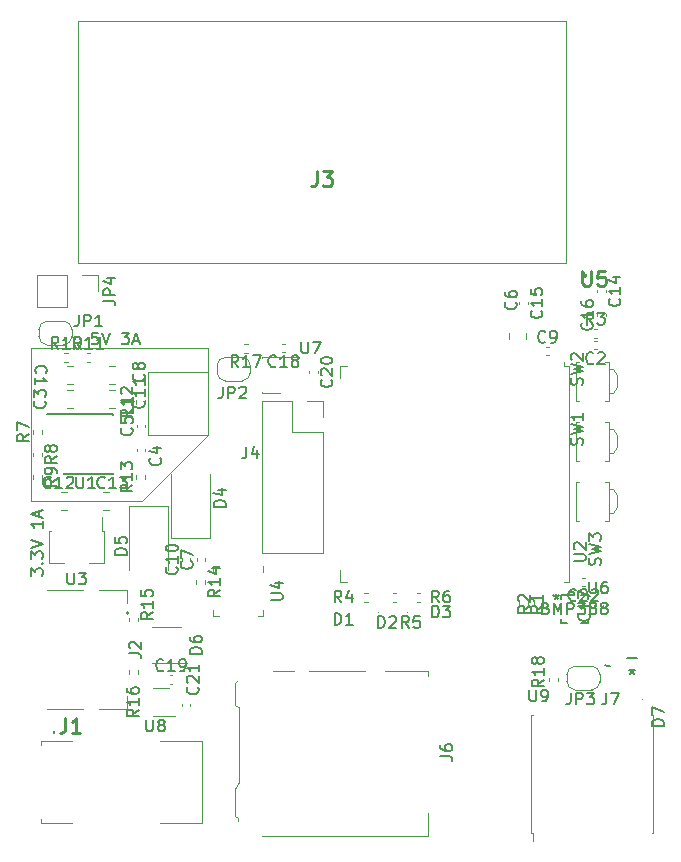
<source format=gto>
G04 #@! TF.GenerationSoftware,KiCad,Pcbnew,5.1.9*
G04 #@! TF.CreationDate,2021-03-15T09:56:04+01:00*
G04 #@! TF.ProjectId,obd32,6f626433-322e-46b6-9963-61645f706362,rev?*
G04 #@! TF.SameCoordinates,Original*
G04 #@! TF.FileFunction,Legend,Top*
G04 #@! TF.FilePolarity,Positive*
%FSLAX46Y46*%
G04 Gerber Fmt 4.6, Leading zero omitted, Abs format (unit mm)*
G04 Created by KiCad (PCBNEW 5.1.9) date 2021-03-15 09:56:04*
%MOMM*%
%LPD*%
G01*
G04 APERTURE LIST*
%ADD10C,0.150000*%
%ADD11C,0.120000*%
%ADD12C,0.152400*%
%ADD13C,0.100000*%
%ADD14C,0.200000*%
%ADD15C,0.254000*%
G04 APERTURE END LIST*
D10*
X197064380Y-88359904D02*
X197064380Y-87740857D01*
X197445333Y-88074190D01*
X197445333Y-87931333D01*
X197492952Y-87836095D01*
X197540571Y-87788476D01*
X197635809Y-87740857D01*
X197873904Y-87740857D01*
X197969142Y-87788476D01*
X198016761Y-87836095D01*
X198064380Y-87931333D01*
X198064380Y-88217047D01*
X198016761Y-88312285D01*
X197969142Y-88359904D01*
X197969142Y-87312285D02*
X198016761Y-87264666D01*
X198064380Y-87312285D01*
X198016761Y-87359904D01*
X197969142Y-87312285D01*
X198064380Y-87312285D01*
X197064380Y-86931333D02*
X197064380Y-86312285D01*
X197445333Y-86645619D01*
X197445333Y-86502761D01*
X197492952Y-86407523D01*
X197540571Y-86359904D01*
X197635809Y-86312285D01*
X197873904Y-86312285D01*
X197969142Y-86359904D01*
X198016761Y-86407523D01*
X198064380Y-86502761D01*
X198064380Y-86788476D01*
X198016761Y-86883714D01*
X197969142Y-86931333D01*
X197064380Y-86026571D02*
X198064380Y-85693238D01*
X197064380Y-85359904D01*
X198064380Y-83740857D02*
X198064380Y-84312285D01*
X198064380Y-84026571D02*
X197064380Y-84026571D01*
X197207238Y-84121809D01*
X197302476Y-84217047D01*
X197350095Y-84312285D01*
X197778666Y-83359904D02*
X197778666Y-82883714D01*
X198064380Y-83455142D02*
X197064380Y-83121809D01*
X198064380Y-82788476D01*
D11*
X206502000Y-82042000D02*
X212090000Y-76454000D01*
X212090000Y-69088000D02*
X212090000Y-76454000D01*
D10*
X202739809Y-67778380D02*
X202263619Y-67778380D01*
X202216000Y-68254571D01*
X202263619Y-68206952D01*
X202358857Y-68159333D01*
X202596952Y-68159333D01*
X202692190Y-68206952D01*
X202739809Y-68254571D01*
X202787428Y-68349809D01*
X202787428Y-68587904D01*
X202739809Y-68683142D01*
X202692190Y-68730761D01*
X202596952Y-68778380D01*
X202358857Y-68778380D01*
X202263619Y-68730761D01*
X202216000Y-68683142D01*
X203073142Y-67778380D02*
X203406476Y-68778380D01*
X203739809Y-67778380D01*
X204739809Y-67778380D02*
X205358857Y-67778380D01*
X205025523Y-68159333D01*
X205168380Y-68159333D01*
X205263619Y-68206952D01*
X205311238Y-68254571D01*
X205358857Y-68349809D01*
X205358857Y-68587904D01*
X205311238Y-68683142D01*
X205263619Y-68730761D01*
X205168380Y-68778380D01*
X204882666Y-68778380D01*
X204787428Y-68730761D01*
X204739809Y-68683142D01*
X205739809Y-68492666D02*
X206216000Y-68492666D01*
X205644571Y-68778380D02*
X205977904Y-67778380D01*
X206311238Y-68778380D01*
D11*
X197104000Y-69088000D02*
X197104000Y-82042000D01*
X212090000Y-69088000D02*
X197104000Y-69088000D01*
X197104000Y-82042000D02*
X206502000Y-82042000D01*
X205236000Y-98515000D02*
X205236000Y-99615000D01*
X205236000Y-89615000D02*
X205236000Y-90715000D01*
X205347803Y-91515000D02*
G75*
G03*
X205347803Y-91515000I-111803J0D01*
G01*
X201488500Y-89615000D02*
X198438500Y-89615000D01*
X205236000Y-89615000D02*
X202838500Y-89615000D01*
X201488500Y-99615000D02*
X198438500Y-99615000D01*
X205236000Y-99615000D02*
X202838500Y-99615000D01*
X205995000Y-80163641D02*
X205995000Y-79856359D01*
X206755000Y-80163641D02*
X206755000Y-79856359D01*
X241680000Y-97001359D02*
X241680000Y-97308641D01*
X240920000Y-97001359D02*
X240920000Y-97308641D01*
X215418641Y-69468000D02*
X215111359Y-69468000D01*
X215418641Y-68708000D02*
X215111359Y-68708000D01*
X206120000Y-96366359D02*
X206120000Y-96673641D01*
X205360000Y-96366359D02*
X205360000Y-96673641D01*
X206120000Y-91921359D02*
X206120000Y-92228641D01*
X205360000Y-91921359D02*
X205360000Y-92228641D01*
X211835000Y-88746359D02*
X211835000Y-89053641D01*
X211075000Y-88746359D02*
X211075000Y-89053641D01*
X205995000Y-73813641D02*
X205995000Y-73506359D01*
X206755000Y-73813641D02*
X206755000Y-73506359D01*
X201776359Y-70230000D02*
X202083641Y-70230000D01*
X201776359Y-69470000D02*
X202083641Y-69470000D01*
X199871359Y-70230000D02*
X200178641Y-70230000D01*
X199871359Y-69470000D02*
X200178641Y-69470000D01*
X197992000Y-79856359D02*
X197992000Y-80163641D01*
X197232000Y-79856359D02*
X197232000Y-80163641D01*
X197992000Y-77951359D02*
X197992000Y-78258641D01*
X197232000Y-77951359D02*
X197232000Y-78258641D01*
X197232000Y-76353641D02*
X197232000Y-76046359D01*
X197992000Y-76353641D02*
X197992000Y-76046359D01*
X230023641Y-90550000D02*
X229716359Y-90550000D01*
X230023641Y-89790000D02*
X229716359Y-89790000D01*
X227991641Y-90550000D02*
X227684359Y-90550000D01*
X227991641Y-89790000D02*
X227684359Y-89790000D01*
X225578641Y-90550000D02*
X225271359Y-90550000D01*
X225578641Y-89790000D02*
X225271359Y-89790000D01*
X244702359Y-67438000D02*
X245009641Y-67438000D01*
X244702359Y-68198000D02*
X245009641Y-68198000D01*
X239650000Y-90897641D02*
X239650000Y-90590359D01*
X240410000Y-90897641D02*
X240410000Y-90590359D01*
X239140000Y-90590359D02*
X239140000Y-90897641D01*
X238380000Y-90590359D02*
X238380000Y-90897641D01*
X243947836Y-89260000D02*
X243732164Y-89260000D01*
X243947836Y-88540000D02*
X243732164Y-88540000D01*
X209825000Y-99421836D02*
X209825000Y-99206164D01*
X210545000Y-99421836D02*
X210545000Y-99206164D01*
X221340000Y-71012164D02*
X221340000Y-71227836D01*
X220620000Y-71012164D02*
X220620000Y-71227836D01*
X208807164Y-96795000D02*
X209022836Y-96795000D01*
X208807164Y-97515000D02*
X209022836Y-97515000D01*
X218547836Y-69448000D02*
X218332164Y-69448000D01*
X218547836Y-68728000D02*
X218332164Y-68728000D01*
X244750000Y-91039836D02*
X244750000Y-90824164D01*
X245470000Y-91039836D02*
X245470000Y-90824164D01*
X245004000Y-66401836D02*
X245004000Y-66186164D01*
X245724000Y-66401836D02*
X245724000Y-66186164D01*
X239120000Y-65170164D02*
X239120000Y-65385836D01*
X238400000Y-65170164D02*
X238400000Y-65385836D01*
X245724000Y-64154164D02*
X245724000Y-64369836D01*
X245004000Y-64154164D02*
X245004000Y-64369836D01*
X209825000Y-87102836D02*
X209825000Y-86887164D01*
X210545000Y-87102836D02*
X210545000Y-86887164D01*
X240684164Y-68982000D02*
X240899836Y-68982000D01*
X240684164Y-69702000D02*
X240899836Y-69702000D01*
X211095000Y-87102836D02*
X211095000Y-86887164D01*
X211815000Y-87102836D02*
X211815000Y-86887164D01*
X244963836Y-69194000D02*
X244748164Y-69194000D01*
X244963836Y-68474000D02*
X244748164Y-68474000D01*
D12*
X243018501Y-90030300D02*
X242637500Y-90030300D01*
X243018501Y-89776300D02*
X243018501Y-90030300D01*
X242637500Y-89776300D02*
X243018501Y-89776300D01*
X242637500Y-90030300D02*
X242637500Y-89776300D01*
X242486059Y-90030300D02*
X241922300Y-90030300D01*
X244233700Y-90344059D02*
X244233700Y-90030300D01*
X243669941Y-92341700D02*
X244233700Y-92341700D01*
X241922300Y-92027941D02*
X241922300Y-92341700D01*
X241922300Y-90030300D02*
X241922300Y-90344059D01*
X244233700Y-90030300D02*
X243669941Y-90030300D01*
X244233700Y-92341700D02*
X244233700Y-92027941D01*
X241922300Y-92341700D02*
X242486059Y-92341700D01*
D11*
X202752000Y-62932000D02*
X202752000Y-64262000D01*
X201422000Y-62932000D02*
X202752000Y-62932000D01*
X200152000Y-62932000D02*
X200152000Y-65592000D01*
X200152000Y-65592000D02*
X197552000Y-65592000D01*
X200152000Y-62932000D02*
X197552000Y-62932000D01*
X197552000Y-62932000D02*
X197552000Y-65592000D01*
D13*
X242362000Y-41385000D02*
X242362000Y-61885000D01*
X201062000Y-41385000D02*
X242362000Y-41385000D01*
X201062000Y-61885000D02*
X201062000Y-41385000D01*
X242362000Y-61885000D02*
X201062000Y-61885000D01*
D11*
X242440000Y-97328000D02*
X242440000Y-96728000D01*
X244540000Y-98028000D02*
X243140000Y-98028000D01*
X245240000Y-96728000D02*
X245240000Y-97328000D01*
X243140000Y-96028000D02*
X244540000Y-96028000D01*
X242440000Y-96728000D02*
G75*
G02*
X243140000Y-96028000I700000J0D01*
G01*
X243140000Y-98028000D02*
G75*
G02*
X242440000Y-97328000I0J700000D01*
G01*
X245240000Y-97328000D02*
G75*
G02*
X244540000Y-98028000I-700000J0D01*
G01*
X244540000Y-96028000D02*
G75*
G02*
X245240000Y-96728000I0J-700000D01*
G01*
D12*
X248374060Y-95351500D02*
X247540940Y-95351500D01*
X246102729Y-96057855D02*
G75*
G03*
X245671500Y-95932281I-431229J-677645D01*
G01*
D11*
X239442000Y-110116000D02*
X239442000Y-100196000D01*
X249762000Y-110116000D02*
X249762000Y-100196000D01*
X249612000Y-100196000D02*
X249762000Y-100196000D01*
X249612000Y-110116000D02*
X249762000Y-110116000D01*
X239442000Y-100196000D02*
X239592000Y-100196000D01*
X239442000Y-110116000D02*
X239592000Y-110116000D01*
X239592000Y-110806000D02*
X239592000Y-110116000D01*
X214373000Y-106383000D02*
X214723000Y-105873000D01*
X214573000Y-108893000D02*
X214573000Y-109153000D01*
X214373000Y-108693000D02*
X214573000Y-108893000D01*
X214373000Y-99293000D02*
X214573000Y-99503000D01*
X214723000Y-99503000D02*
X214573000Y-99503000D01*
X214723000Y-99503000D02*
X214723000Y-105873000D01*
X219333000Y-96403000D02*
X217533000Y-96403000D01*
X225333000Y-96403000D02*
X220633000Y-96403000D01*
X214373000Y-97433000D02*
X214573000Y-97233000D01*
X214373000Y-97433000D02*
X214373000Y-99293000D01*
X214373000Y-108693000D02*
X214373000Y-106383000D01*
X230643000Y-96403000D02*
X227033000Y-96403000D01*
X230643000Y-96853000D02*
X230643000Y-96403000D01*
X230643000Y-110373000D02*
X216633000Y-110373000D01*
X230643000Y-108453000D02*
X230643000Y-110373000D01*
D13*
X248872000Y-98806000D02*
G75*
G03*
X248872000Y-98806000I-50000J0D01*
G01*
D11*
X198554000Y-84538000D02*
X198784000Y-84538000D01*
X203274000Y-84538000D02*
X203044000Y-84538000D01*
X203274000Y-84538000D02*
X203274000Y-87258000D01*
X203274000Y-87258000D02*
X201964000Y-87258000D01*
X203044000Y-83398000D02*
X203044000Y-84538000D01*
X198554000Y-87258000D02*
X198554000Y-84538000D01*
X199864000Y-87258000D02*
X198554000Y-87258000D01*
X213534000Y-69866000D02*
X214934000Y-69866000D01*
X215634000Y-70566000D02*
X215634000Y-71166000D01*
X214934000Y-71866000D02*
X213534000Y-71866000D01*
X212834000Y-71166000D02*
X212834000Y-70566000D01*
X212834000Y-70566000D02*
G75*
G02*
X213534000Y-69866000I700000J0D01*
G01*
X213534000Y-71866000D02*
G75*
G02*
X212834000Y-71166000I0J700000D01*
G01*
X215634000Y-71166000D02*
G75*
G02*
X214934000Y-71866000I-700000J0D01*
G01*
X214934000Y-69866000D02*
G75*
G02*
X215634000Y-70566000I0J-700000D01*
G01*
X242225000Y-70620000D02*
X242225000Y-70240000D01*
X242645000Y-70620000D02*
X242225000Y-70620000D01*
X242645000Y-88860000D02*
X242225000Y-88860000D01*
X242645000Y-70620000D02*
X242645000Y-88860000D01*
X223205000Y-88860000D02*
X223205000Y-87860000D01*
X223825000Y-88860000D02*
X223205000Y-88860000D01*
X223205000Y-70620000D02*
X223205000Y-71620000D01*
X223825000Y-70620000D02*
X223205000Y-70620000D01*
X220472000Y-73600000D02*
X221802000Y-73600000D01*
X221802000Y-73600000D02*
X221802000Y-74930000D01*
X219202000Y-73600000D02*
X219202000Y-76200000D01*
X219202000Y-76200000D02*
X221802000Y-76200000D01*
X221802000Y-76200000D02*
X221802000Y-86420000D01*
X216602000Y-86420000D02*
X221802000Y-86420000D01*
X216602000Y-73600000D02*
X216602000Y-86420000D01*
X216602000Y-73600000D02*
X219202000Y-73600000D01*
D13*
X231010000Y-91440000D02*
G75*
G03*
X231010000Y-91440000I-50000J0D01*
G01*
D11*
X246702000Y-81542000D02*
X246322000Y-81042000D01*
X246322000Y-81042000D02*
X246002000Y-81042000D01*
X246702000Y-81542000D02*
X246702000Y-82542000D01*
X246702000Y-82542000D02*
X246322000Y-83042000D01*
X246322000Y-83042000D02*
X246002000Y-83042000D01*
X243202000Y-80392000D02*
X243202000Y-83692000D01*
X243502000Y-80392000D02*
X243202000Y-80392000D01*
X243202000Y-83692000D02*
X243502000Y-83692000D01*
X245702000Y-80392000D02*
X246002000Y-80392000D01*
X246002000Y-80392000D02*
X246002000Y-83692000D01*
X246002000Y-83692000D02*
X245702000Y-83692000D01*
X237517000Y-68333252D02*
X237517000Y-67810748D01*
X238987000Y-68333252D02*
X238987000Y-67810748D01*
D14*
X199018000Y-101684000D02*
X199018000Y-101684000D01*
X199018000Y-101584000D02*
X199018000Y-101584000D01*
X199018000Y-101684000D02*
X199018000Y-101684000D01*
D13*
X211588000Y-109334000D02*
X211588000Y-109334000D01*
X211588000Y-102334000D02*
X211588000Y-109334000D01*
X211588000Y-102334000D02*
X211588000Y-102334000D01*
X211588000Y-109334000D02*
X211588000Y-102334000D01*
X211588000Y-109334000D02*
X208018000Y-109334000D01*
X211588000Y-109334000D02*
X211588000Y-109334000D01*
X208018000Y-109334000D02*
X211588000Y-109334000D01*
X208018000Y-109334000D02*
X208018000Y-109334000D01*
X211588000Y-102334000D02*
X208018000Y-102334000D01*
X211588000Y-102334000D02*
X211588000Y-102334000D01*
X208018000Y-102334000D02*
X211588000Y-102334000D01*
X208018000Y-102334000D02*
X208018000Y-102334000D01*
X200518000Y-102334000D02*
X197908000Y-102334000D01*
X200518000Y-102334000D02*
X200518000Y-102334000D01*
X197908000Y-102334000D02*
X200518000Y-102334000D01*
X197908000Y-102334000D02*
X197908000Y-102334000D01*
X197908000Y-102684000D02*
X197908000Y-102684000D01*
X197908000Y-102334000D02*
X197908000Y-102684000D01*
X197908000Y-102334000D02*
X197908000Y-102334000D01*
X197908000Y-102684000D02*
X197908000Y-102334000D01*
X200518000Y-109334000D02*
X197908000Y-109334000D01*
X200518000Y-109334000D02*
X200518000Y-109334000D01*
X197908000Y-109334000D02*
X200518000Y-109334000D01*
X197908000Y-109334000D02*
X197908000Y-109334000D01*
X197908000Y-109334000D02*
X197908000Y-109334000D01*
X197908000Y-108934000D02*
X197908000Y-109334000D01*
X197908000Y-108934000D02*
X197908000Y-108934000D01*
X197908000Y-109334000D02*
X197908000Y-108934000D01*
D14*
X199018000Y-101584000D02*
G75*
G02*
X199018000Y-101684000I0J-50000D01*
G01*
X199018000Y-101684000D02*
G75*
G02*
X199018000Y-101584000I0J50000D01*
G01*
X199018000Y-101584000D02*
G75*
G02*
X199018000Y-101684000I0J-50000D01*
G01*
D11*
X199836000Y-68818000D02*
X198436000Y-68818000D01*
X197736000Y-68118000D02*
X197736000Y-67518000D01*
X198436000Y-66818000D02*
X199836000Y-66818000D01*
X200536000Y-67518000D02*
X200536000Y-68118000D01*
X200536000Y-68118000D02*
G75*
G02*
X199836000Y-68818000I-700000J0D01*
G01*
X199836000Y-66818000D02*
G75*
G02*
X200536000Y-67518000I0J-700000D01*
G01*
X197736000Y-67518000D02*
G75*
G02*
X198436000Y-66818000I700000J0D01*
G01*
X198436000Y-68818000D02*
G75*
G02*
X197736000Y-68118000I0J700000D01*
G01*
X207334000Y-95784000D02*
X210284000Y-95784000D01*
X209734000Y-92684000D02*
X207334000Y-92684000D01*
X216740000Y-88027000D02*
X216740000Y-87552000D01*
X212520000Y-91772000D02*
X212995000Y-91772000D01*
X212520000Y-91297000D02*
X212520000Y-91772000D01*
X212520000Y-87552000D02*
X212995000Y-87552000D01*
X212520000Y-88027000D02*
X212520000Y-87552000D01*
X216740000Y-91772000D02*
X216265000Y-91772000D01*
X216740000Y-91297000D02*
X216740000Y-91772000D01*
X206735000Y-75799836D02*
X206735000Y-75584164D01*
X206015000Y-75799836D02*
X206015000Y-75584164D01*
X199636748Y-82777000D02*
X200159252Y-82777000D01*
X199636748Y-81307000D02*
X200159252Y-81307000D01*
D13*
X228978000Y-91440000D02*
G75*
G03*
X228978000Y-91440000I-50000J0D01*
G01*
X226565000Y-91440000D02*
G75*
G03*
X226565000Y-91440000I-50000J0D01*
G01*
D11*
X246002000Y-78612000D02*
X245702000Y-78612000D01*
X246002000Y-75312000D02*
X246002000Y-78612000D01*
X245702000Y-75312000D02*
X246002000Y-75312000D01*
X243202000Y-78612000D02*
X243502000Y-78612000D01*
X243502000Y-75312000D02*
X243202000Y-75312000D01*
X243202000Y-75312000D02*
X243202000Y-78612000D01*
X246322000Y-77962000D02*
X246002000Y-77962000D01*
X246702000Y-77462000D02*
X246322000Y-77962000D01*
X246702000Y-76462000D02*
X246702000Y-77462000D01*
X246322000Y-75962000D02*
X246002000Y-75962000D01*
X246702000Y-76462000D02*
X246322000Y-75962000D01*
X208916000Y-85188000D02*
X212216000Y-85188000D01*
X212216000Y-85188000D02*
X212216000Y-79788000D01*
X208916000Y-85188000D02*
X208916000Y-79788000D01*
D10*
X199855000Y-74641000D02*
X199855000Y-74691000D01*
X204005000Y-74641000D02*
X204005000Y-74786000D01*
X204005000Y-79791000D02*
X204005000Y-79646000D01*
X199855000Y-79791000D02*
X199855000Y-79646000D01*
X199855000Y-74641000D02*
X204005000Y-74641000D01*
X199855000Y-79791000D02*
X204005000Y-79791000D01*
X199855000Y-74691000D02*
X198455000Y-74691000D01*
D11*
X206990000Y-76420000D02*
X212090000Y-76420000D01*
X206990000Y-71120000D02*
X206990000Y-76420000D01*
X212090000Y-71120000D02*
X212090000Y-76420000D01*
X212090000Y-71120000D02*
X206990000Y-71120000D01*
X206735000Y-77616164D02*
X206735000Y-77831836D01*
X206015000Y-77616164D02*
X206015000Y-77831836D01*
X246702000Y-71382000D02*
X246322000Y-70882000D01*
X246322000Y-70882000D02*
X246002000Y-70882000D01*
X246702000Y-71382000D02*
X246702000Y-72382000D01*
X246702000Y-72382000D02*
X246322000Y-72882000D01*
X246322000Y-72882000D02*
X246002000Y-72882000D01*
X243202000Y-70232000D02*
X243202000Y-73532000D01*
X243502000Y-70232000D02*
X243202000Y-70232000D01*
X243202000Y-73532000D02*
X243502000Y-73532000D01*
X245702000Y-70232000D02*
X246002000Y-70232000D01*
X246002000Y-70232000D02*
X246002000Y-73532000D01*
X246002000Y-73532000D02*
X245702000Y-73532000D01*
X208792000Y-97900000D02*
X207392000Y-97900000D01*
X207392000Y-100220000D02*
X209292000Y-100220000D01*
D15*
X244060000Y-62928000D02*
G75*
G03*
X244060000Y-62928000I-125000J0D01*
G01*
D11*
X216626000Y-72934000D02*
X216626000Y-72784000D01*
X219746000Y-69814000D02*
X219746000Y-69964000D01*
X218186000Y-72934000D02*
X216626000Y-72934000D01*
X219746000Y-69814000D02*
X216626000Y-69814000D01*
X216626000Y-69814000D02*
X216626000Y-69964000D01*
X208660000Y-82452000D02*
X208660000Y-87852000D01*
X205360000Y-82452000D02*
X205360000Y-87852000D01*
X208660000Y-82452000D02*
X205360000Y-82452000D01*
X203715252Y-81307000D02*
X203192748Y-81307000D01*
X203715252Y-82777000D02*
X203192748Y-82777000D01*
X204223252Y-72671000D02*
X203700748Y-72671000D01*
X204223252Y-74141000D02*
X203700748Y-74141000D01*
X204223252Y-70639000D02*
X203700748Y-70639000D01*
X204223252Y-72109000D02*
X203700748Y-72109000D01*
X200667252Y-72671000D02*
X200144748Y-72671000D01*
X200667252Y-74141000D02*
X200144748Y-74141000D01*
X200144748Y-72109000D02*
X200667252Y-72109000D01*
X200144748Y-70639000D02*
X200667252Y-70639000D01*
D10*
X205390880Y-94948333D02*
X206105166Y-94948333D01*
X206248023Y-94995952D01*
X206343261Y-95091190D01*
X206390880Y-95234047D01*
X206390880Y-95329285D01*
X205486119Y-94519761D02*
X205438500Y-94472142D01*
X205390880Y-94376904D01*
X205390880Y-94138809D01*
X205438500Y-94043571D01*
X205486119Y-93995952D01*
X205581357Y-93948333D01*
X205676595Y-93948333D01*
X205819452Y-93995952D01*
X206390880Y-94567380D01*
X206390880Y-93948333D01*
X205657380Y-80652857D02*
X205181190Y-80986190D01*
X205657380Y-81224285D02*
X204657380Y-81224285D01*
X204657380Y-80843333D01*
X204705000Y-80748095D01*
X204752619Y-80700476D01*
X204847857Y-80652857D01*
X204990714Y-80652857D01*
X205085952Y-80700476D01*
X205133571Y-80748095D01*
X205181190Y-80843333D01*
X205181190Y-81224285D01*
X205657380Y-79700476D02*
X205657380Y-80271904D01*
X205657380Y-79986190D02*
X204657380Y-79986190D01*
X204800238Y-80081428D01*
X204895476Y-80176666D01*
X204943095Y-80271904D01*
X204657380Y-79367142D02*
X204657380Y-78748095D01*
X205038333Y-79081428D01*
X205038333Y-78938571D01*
X205085952Y-78843333D01*
X205133571Y-78795714D01*
X205228809Y-78748095D01*
X205466904Y-78748095D01*
X205562142Y-78795714D01*
X205609761Y-78843333D01*
X205657380Y-78938571D01*
X205657380Y-79224285D01*
X205609761Y-79319523D01*
X205562142Y-79367142D01*
X240482380Y-97162857D02*
X240006190Y-97496190D01*
X240482380Y-97734285D02*
X239482380Y-97734285D01*
X239482380Y-97353333D01*
X239530000Y-97258095D01*
X239577619Y-97210476D01*
X239672857Y-97162857D01*
X239815714Y-97162857D01*
X239910952Y-97210476D01*
X239958571Y-97258095D01*
X240006190Y-97353333D01*
X240006190Y-97734285D01*
X240482380Y-96210476D02*
X240482380Y-96781904D01*
X240482380Y-96496190D02*
X239482380Y-96496190D01*
X239625238Y-96591428D01*
X239720476Y-96686666D01*
X239768095Y-96781904D01*
X239910952Y-95639047D02*
X239863333Y-95734285D01*
X239815714Y-95781904D01*
X239720476Y-95829523D01*
X239672857Y-95829523D01*
X239577619Y-95781904D01*
X239530000Y-95734285D01*
X239482380Y-95639047D01*
X239482380Y-95448571D01*
X239530000Y-95353333D01*
X239577619Y-95305714D01*
X239672857Y-95258095D01*
X239720476Y-95258095D01*
X239815714Y-95305714D01*
X239863333Y-95353333D01*
X239910952Y-95448571D01*
X239910952Y-95639047D01*
X239958571Y-95734285D01*
X240006190Y-95781904D01*
X240101428Y-95829523D01*
X240291904Y-95829523D01*
X240387142Y-95781904D01*
X240434761Y-95734285D01*
X240482380Y-95639047D01*
X240482380Y-95448571D01*
X240434761Y-95353333D01*
X240387142Y-95305714D01*
X240291904Y-95258095D01*
X240101428Y-95258095D01*
X240006190Y-95305714D01*
X239958571Y-95353333D01*
X239910952Y-95448571D01*
X214622142Y-70710380D02*
X214288809Y-70234190D01*
X214050714Y-70710380D02*
X214050714Y-69710380D01*
X214431666Y-69710380D01*
X214526904Y-69758000D01*
X214574523Y-69805619D01*
X214622142Y-69900857D01*
X214622142Y-70043714D01*
X214574523Y-70138952D01*
X214526904Y-70186571D01*
X214431666Y-70234190D01*
X214050714Y-70234190D01*
X215574523Y-70710380D02*
X215003095Y-70710380D01*
X215288809Y-70710380D02*
X215288809Y-69710380D01*
X215193571Y-69853238D01*
X215098333Y-69948476D01*
X215003095Y-69996095D01*
X215907857Y-69710380D02*
X216574523Y-69710380D01*
X216145952Y-70710380D01*
X206192380Y-99702857D02*
X205716190Y-100036190D01*
X206192380Y-100274285D02*
X205192380Y-100274285D01*
X205192380Y-99893333D01*
X205240000Y-99798095D01*
X205287619Y-99750476D01*
X205382857Y-99702857D01*
X205525714Y-99702857D01*
X205620952Y-99750476D01*
X205668571Y-99798095D01*
X205716190Y-99893333D01*
X205716190Y-100274285D01*
X206192380Y-98750476D02*
X206192380Y-99321904D01*
X206192380Y-99036190D02*
X205192380Y-99036190D01*
X205335238Y-99131428D01*
X205430476Y-99226666D01*
X205478095Y-99321904D01*
X205192380Y-97893333D02*
X205192380Y-98083809D01*
X205240000Y-98179047D01*
X205287619Y-98226666D01*
X205430476Y-98321904D01*
X205620952Y-98369523D01*
X206001904Y-98369523D01*
X206097142Y-98321904D01*
X206144761Y-98274285D01*
X206192380Y-98179047D01*
X206192380Y-97988571D01*
X206144761Y-97893333D01*
X206097142Y-97845714D01*
X206001904Y-97798095D01*
X205763809Y-97798095D01*
X205668571Y-97845714D01*
X205620952Y-97893333D01*
X205573333Y-97988571D01*
X205573333Y-98179047D01*
X205620952Y-98274285D01*
X205668571Y-98321904D01*
X205763809Y-98369523D01*
X207362380Y-91447857D02*
X206886190Y-91781190D01*
X207362380Y-92019285D02*
X206362380Y-92019285D01*
X206362380Y-91638333D01*
X206410000Y-91543095D01*
X206457619Y-91495476D01*
X206552857Y-91447857D01*
X206695714Y-91447857D01*
X206790952Y-91495476D01*
X206838571Y-91543095D01*
X206886190Y-91638333D01*
X206886190Y-92019285D01*
X207362380Y-90495476D02*
X207362380Y-91066904D01*
X207362380Y-90781190D02*
X206362380Y-90781190D01*
X206505238Y-90876428D01*
X206600476Y-90971666D01*
X206648095Y-91066904D01*
X206362380Y-89590714D02*
X206362380Y-90066904D01*
X206838571Y-90114523D01*
X206790952Y-90066904D01*
X206743333Y-89971666D01*
X206743333Y-89733571D01*
X206790952Y-89638333D01*
X206838571Y-89590714D01*
X206933809Y-89543095D01*
X207171904Y-89543095D01*
X207267142Y-89590714D01*
X207314761Y-89638333D01*
X207362380Y-89733571D01*
X207362380Y-89971666D01*
X207314761Y-90066904D01*
X207267142Y-90114523D01*
X213077380Y-89542857D02*
X212601190Y-89876190D01*
X213077380Y-90114285D02*
X212077380Y-90114285D01*
X212077380Y-89733333D01*
X212125000Y-89638095D01*
X212172619Y-89590476D01*
X212267857Y-89542857D01*
X212410714Y-89542857D01*
X212505952Y-89590476D01*
X212553571Y-89638095D01*
X212601190Y-89733333D01*
X212601190Y-90114285D01*
X213077380Y-88590476D02*
X213077380Y-89161904D01*
X213077380Y-88876190D02*
X212077380Y-88876190D01*
X212220238Y-88971428D01*
X212315476Y-89066666D01*
X212363095Y-89161904D01*
X212410714Y-87733333D02*
X213077380Y-87733333D01*
X212029761Y-87971428D02*
X212744047Y-88209523D01*
X212744047Y-87590476D01*
X205657380Y-74302857D02*
X205181190Y-74636190D01*
X205657380Y-74874285D02*
X204657380Y-74874285D01*
X204657380Y-74493333D01*
X204705000Y-74398095D01*
X204752619Y-74350476D01*
X204847857Y-74302857D01*
X204990714Y-74302857D01*
X205085952Y-74350476D01*
X205133571Y-74398095D01*
X205181190Y-74493333D01*
X205181190Y-74874285D01*
X205657380Y-73350476D02*
X205657380Y-73921904D01*
X205657380Y-73636190D02*
X204657380Y-73636190D01*
X204800238Y-73731428D01*
X204895476Y-73826666D01*
X204943095Y-73921904D01*
X204752619Y-72969523D02*
X204705000Y-72921904D01*
X204657380Y-72826666D01*
X204657380Y-72588571D01*
X204705000Y-72493333D01*
X204752619Y-72445714D01*
X204847857Y-72398095D01*
X204943095Y-72398095D01*
X205085952Y-72445714D01*
X205657380Y-73017142D01*
X205657380Y-72398095D01*
X201287142Y-69132380D02*
X200953809Y-68656190D01*
X200715714Y-69132380D02*
X200715714Y-68132380D01*
X201096666Y-68132380D01*
X201191904Y-68180000D01*
X201239523Y-68227619D01*
X201287142Y-68322857D01*
X201287142Y-68465714D01*
X201239523Y-68560952D01*
X201191904Y-68608571D01*
X201096666Y-68656190D01*
X200715714Y-68656190D01*
X202239523Y-69132380D02*
X201668095Y-69132380D01*
X201953809Y-69132380D02*
X201953809Y-68132380D01*
X201858571Y-68275238D01*
X201763333Y-68370476D01*
X201668095Y-68418095D01*
X203191904Y-69132380D02*
X202620476Y-69132380D01*
X202906190Y-69132380D02*
X202906190Y-68132380D01*
X202810952Y-68275238D01*
X202715714Y-68370476D01*
X202620476Y-68418095D01*
X199382142Y-69132380D02*
X199048809Y-68656190D01*
X198810714Y-69132380D02*
X198810714Y-68132380D01*
X199191666Y-68132380D01*
X199286904Y-68180000D01*
X199334523Y-68227619D01*
X199382142Y-68322857D01*
X199382142Y-68465714D01*
X199334523Y-68560952D01*
X199286904Y-68608571D01*
X199191666Y-68656190D01*
X198810714Y-68656190D01*
X200334523Y-69132380D02*
X199763095Y-69132380D01*
X200048809Y-69132380D02*
X200048809Y-68132380D01*
X199953571Y-68275238D01*
X199858333Y-68370476D01*
X199763095Y-68418095D01*
X200953571Y-68132380D02*
X201048809Y-68132380D01*
X201144047Y-68180000D01*
X201191666Y-68227619D01*
X201239285Y-68322857D01*
X201286904Y-68513333D01*
X201286904Y-68751428D01*
X201239285Y-68941904D01*
X201191666Y-69037142D01*
X201144047Y-69084761D01*
X201048809Y-69132380D01*
X200953571Y-69132380D01*
X200858333Y-69084761D01*
X200810714Y-69037142D01*
X200763095Y-68941904D01*
X200715476Y-68751428D01*
X200715476Y-68513333D01*
X200763095Y-68322857D01*
X200810714Y-68227619D01*
X200858333Y-68180000D01*
X200953571Y-68132380D01*
X199234380Y-80176666D02*
X198758190Y-80510000D01*
X199234380Y-80748095D02*
X198234380Y-80748095D01*
X198234380Y-80367142D01*
X198282000Y-80271904D01*
X198329619Y-80224285D01*
X198424857Y-80176666D01*
X198567714Y-80176666D01*
X198662952Y-80224285D01*
X198710571Y-80271904D01*
X198758190Y-80367142D01*
X198758190Y-80748095D01*
X199234380Y-79700476D02*
X199234380Y-79510000D01*
X199186761Y-79414761D01*
X199139142Y-79367142D01*
X198996285Y-79271904D01*
X198805809Y-79224285D01*
X198424857Y-79224285D01*
X198329619Y-79271904D01*
X198282000Y-79319523D01*
X198234380Y-79414761D01*
X198234380Y-79605238D01*
X198282000Y-79700476D01*
X198329619Y-79748095D01*
X198424857Y-79795714D01*
X198662952Y-79795714D01*
X198758190Y-79748095D01*
X198805809Y-79700476D01*
X198853428Y-79605238D01*
X198853428Y-79414761D01*
X198805809Y-79319523D01*
X198758190Y-79271904D01*
X198662952Y-79224285D01*
X199234380Y-78271666D02*
X198758190Y-78605000D01*
X199234380Y-78843095D02*
X198234380Y-78843095D01*
X198234380Y-78462142D01*
X198282000Y-78366904D01*
X198329619Y-78319285D01*
X198424857Y-78271666D01*
X198567714Y-78271666D01*
X198662952Y-78319285D01*
X198710571Y-78366904D01*
X198758190Y-78462142D01*
X198758190Y-78843095D01*
X198662952Y-77700238D02*
X198615333Y-77795476D01*
X198567714Y-77843095D01*
X198472476Y-77890714D01*
X198424857Y-77890714D01*
X198329619Y-77843095D01*
X198282000Y-77795476D01*
X198234380Y-77700238D01*
X198234380Y-77509761D01*
X198282000Y-77414523D01*
X198329619Y-77366904D01*
X198424857Y-77319285D01*
X198472476Y-77319285D01*
X198567714Y-77366904D01*
X198615333Y-77414523D01*
X198662952Y-77509761D01*
X198662952Y-77700238D01*
X198710571Y-77795476D01*
X198758190Y-77843095D01*
X198853428Y-77890714D01*
X199043904Y-77890714D01*
X199139142Y-77843095D01*
X199186761Y-77795476D01*
X199234380Y-77700238D01*
X199234380Y-77509761D01*
X199186761Y-77414523D01*
X199139142Y-77366904D01*
X199043904Y-77319285D01*
X198853428Y-77319285D01*
X198758190Y-77366904D01*
X198710571Y-77414523D01*
X198662952Y-77509761D01*
X196894380Y-76366666D02*
X196418190Y-76700000D01*
X196894380Y-76938095D02*
X195894380Y-76938095D01*
X195894380Y-76557142D01*
X195942000Y-76461904D01*
X195989619Y-76414285D01*
X196084857Y-76366666D01*
X196227714Y-76366666D01*
X196322952Y-76414285D01*
X196370571Y-76461904D01*
X196418190Y-76557142D01*
X196418190Y-76938095D01*
X195894380Y-76033333D02*
X195894380Y-75366666D01*
X196894380Y-75795238D01*
X231608333Y-90622380D02*
X231275000Y-90146190D01*
X231036904Y-90622380D02*
X231036904Y-89622380D01*
X231417857Y-89622380D01*
X231513095Y-89670000D01*
X231560714Y-89717619D01*
X231608333Y-89812857D01*
X231608333Y-89955714D01*
X231560714Y-90050952D01*
X231513095Y-90098571D01*
X231417857Y-90146190D01*
X231036904Y-90146190D01*
X232465476Y-89622380D02*
X232275000Y-89622380D01*
X232179761Y-89670000D01*
X232132142Y-89717619D01*
X232036904Y-89860476D01*
X231989285Y-90050952D01*
X231989285Y-90431904D01*
X232036904Y-90527142D01*
X232084523Y-90574761D01*
X232179761Y-90622380D01*
X232370238Y-90622380D01*
X232465476Y-90574761D01*
X232513095Y-90527142D01*
X232560714Y-90431904D01*
X232560714Y-90193809D01*
X232513095Y-90098571D01*
X232465476Y-90050952D01*
X232370238Y-90003333D01*
X232179761Y-90003333D01*
X232084523Y-90050952D01*
X232036904Y-90098571D01*
X231989285Y-90193809D01*
X229068333Y-92781380D02*
X228735000Y-92305190D01*
X228496904Y-92781380D02*
X228496904Y-91781380D01*
X228877857Y-91781380D01*
X228973095Y-91829000D01*
X229020714Y-91876619D01*
X229068333Y-91971857D01*
X229068333Y-92114714D01*
X229020714Y-92209952D01*
X228973095Y-92257571D01*
X228877857Y-92305190D01*
X228496904Y-92305190D01*
X229973095Y-91781380D02*
X229496904Y-91781380D01*
X229449285Y-92257571D01*
X229496904Y-92209952D01*
X229592142Y-92162333D01*
X229830238Y-92162333D01*
X229925476Y-92209952D01*
X229973095Y-92257571D01*
X230020714Y-92352809D01*
X230020714Y-92590904D01*
X229973095Y-92686142D01*
X229925476Y-92733761D01*
X229830238Y-92781380D01*
X229592142Y-92781380D01*
X229496904Y-92733761D01*
X229449285Y-92686142D01*
X223353333Y-90622380D02*
X223020000Y-90146190D01*
X222781904Y-90622380D02*
X222781904Y-89622380D01*
X223162857Y-89622380D01*
X223258095Y-89670000D01*
X223305714Y-89717619D01*
X223353333Y-89812857D01*
X223353333Y-89955714D01*
X223305714Y-90050952D01*
X223258095Y-90098571D01*
X223162857Y-90146190D01*
X222781904Y-90146190D01*
X224210476Y-89955714D02*
X224210476Y-90622380D01*
X223972380Y-89574761D02*
X223734285Y-90289047D01*
X224353333Y-90289047D01*
X244689333Y-67100380D02*
X244356000Y-66624190D01*
X244117904Y-67100380D02*
X244117904Y-66100380D01*
X244498857Y-66100380D01*
X244594095Y-66148000D01*
X244641714Y-66195619D01*
X244689333Y-66290857D01*
X244689333Y-66433714D01*
X244641714Y-66528952D01*
X244594095Y-66576571D01*
X244498857Y-66624190D01*
X244117904Y-66624190D01*
X245022666Y-66100380D02*
X245641714Y-66100380D01*
X245308380Y-66481333D01*
X245451238Y-66481333D01*
X245546476Y-66528952D01*
X245594095Y-66576571D01*
X245641714Y-66671809D01*
X245641714Y-66909904D01*
X245594095Y-67005142D01*
X245546476Y-67052761D01*
X245451238Y-67100380D01*
X245165523Y-67100380D01*
X245070285Y-67052761D01*
X245022666Y-67005142D01*
X239312380Y-90910666D02*
X238836190Y-91244000D01*
X239312380Y-91482095D02*
X238312380Y-91482095D01*
X238312380Y-91101142D01*
X238360000Y-91005904D01*
X238407619Y-90958285D01*
X238502857Y-90910666D01*
X238645714Y-90910666D01*
X238740952Y-90958285D01*
X238788571Y-91005904D01*
X238836190Y-91101142D01*
X238836190Y-91482095D01*
X238407619Y-90529714D02*
X238360000Y-90482095D01*
X238312380Y-90386857D01*
X238312380Y-90148761D01*
X238360000Y-90053523D01*
X238407619Y-90005904D01*
X238502857Y-89958285D01*
X238598095Y-89958285D01*
X238740952Y-90005904D01*
X239312380Y-90577333D01*
X239312380Y-89958285D01*
X240382380Y-90910666D02*
X239906190Y-91244000D01*
X240382380Y-91482095D02*
X239382380Y-91482095D01*
X239382380Y-91101142D01*
X239430000Y-91005904D01*
X239477619Y-90958285D01*
X239572857Y-90910666D01*
X239715714Y-90910666D01*
X239810952Y-90958285D01*
X239858571Y-91005904D01*
X239906190Y-91101142D01*
X239906190Y-91482095D01*
X240382380Y-89958285D02*
X240382380Y-90529714D01*
X240382380Y-90244000D02*
X239382380Y-90244000D01*
X239525238Y-90339238D01*
X239620476Y-90434476D01*
X239668095Y-90529714D01*
X243197142Y-90417142D02*
X243149523Y-90464761D01*
X243006666Y-90512380D01*
X242911428Y-90512380D01*
X242768571Y-90464761D01*
X242673333Y-90369523D01*
X242625714Y-90274285D01*
X242578095Y-90083809D01*
X242578095Y-89940952D01*
X242625714Y-89750476D01*
X242673333Y-89655238D01*
X242768571Y-89560000D01*
X242911428Y-89512380D01*
X243006666Y-89512380D01*
X243149523Y-89560000D01*
X243197142Y-89607619D01*
X243578095Y-89607619D02*
X243625714Y-89560000D01*
X243720952Y-89512380D01*
X243959047Y-89512380D01*
X244054285Y-89560000D01*
X244101904Y-89607619D01*
X244149523Y-89702857D01*
X244149523Y-89798095D01*
X244101904Y-89940952D01*
X243530476Y-90512380D01*
X244149523Y-90512380D01*
X244530476Y-89607619D02*
X244578095Y-89560000D01*
X244673333Y-89512380D01*
X244911428Y-89512380D01*
X245006666Y-89560000D01*
X245054285Y-89607619D01*
X245101904Y-89702857D01*
X245101904Y-89798095D01*
X245054285Y-89940952D01*
X244482857Y-90512380D01*
X245101904Y-90512380D01*
X211177142Y-97797857D02*
X211224761Y-97845476D01*
X211272380Y-97988333D01*
X211272380Y-98083571D01*
X211224761Y-98226428D01*
X211129523Y-98321666D01*
X211034285Y-98369285D01*
X210843809Y-98416904D01*
X210700952Y-98416904D01*
X210510476Y-98369285D01*
X210415238Y-98321666D01*
X210320000Y-98226428D01*
X210272380Y-98083571D01*
X210272380Y-97988333D01*
X210320000Y-97845476D01*
X210367619Y-97797857D01*
X210367619Y-97416904D02*
X210320000Y-97369285D01*
X210272380Y-97274047D01*
X210272380Y-97035952D01*
X210320000Y-96940714D01*
X210367619Y-96893095D01*
X210462857Y-96845476D01*
X210558095Y-96845476D01*
X210700952Y-96893095D01*
X211272380Y-97464523D01*
X211272380Y-96845476D01*
X211272380Y-95893095D02*
X211272380Y-96464523D01*
X211272380Y-96178809D02*
X210272380Y-96178809D01*
X210415238Y-96274047D01*
X210510476Y-96369285D01*
X210558095Y-96464523D01*
X222497142Y-71762857D02*
X222544761Y-71810476D01*
X222592380Y-71953333D01*
X222592380Y-72048571D01*
X222544761Y-72191428D01*
X222449523Y-72286666D01*
X222354285Y-72334285D01*
X222163809Y-72381904D01*
X222020952Y-72381904D01*
X221830476Y-72334285D01*
X221735238Y-72286666D01*
X221640000Y-72191428D01*
X221592380Y-72048571D01*
X221592380Y-71953333D01*
X221640000Y-71810476D01*
X221687619Y-71762857D01*
X221687619Y-71381904D02*
X221640000Y-71334285D01*
X221592380Y-71239047D01*
X221592380Y-71000952D01*
X221640000Y-70905714D01*
X221687619Y-70858095D01*
X221782857Y-70810476D01*
X221878095Y-70810476D01*
X222020952Y-70858095D01*
X222592380Y-71429523D01*
X222592380Y-70810476D01*
X221592380Y-70191428D02*
X221592380Y-70096190D01*
X221640000Y-70000952D01*
X221687619Y-69953333D01*
X221782857Y-69905714D01*
X221973333Y-69858095D01*
X222211428Y-69858095D01*
X222401904Y-69905714D01*
X222497142Y-69953333D01*
X222544761Y-70000952D01*
X222592380Y-70096190D01*
X222592380Y-70191428D01*
X222544761Y-70286666D01*
X222497142Y-70334285D01*
X222401904Y-70381904D01*
X222211428Y-70429523D01*
X221973333Y-70429523D01*
X221782857Y-70381904D01*
X221687619Y-70334285D01*
X221640000Y-70286666D01*
X221592380Y-70191428D01*
X208272142Y-96352142D02*
X208224523Y-96399761D01*
X208081666Y-96447380D01*
X207986428Y-96447380D01*
X207843571Y-96399761D01*
X207748333Y-96304523D01*
X207700714Y-96209285D01*
X207653095Y-96018809D01*
X207653095Y-95875952D01*
X207700714Y-95685476D01*
X207748333Y-95590238D01*
X207843571Y-95495000D01*
X207986428Y-95447380D01*
X208081666Y-95447380D01*
X208224523Y-95495000D01*
X208272142Y-95542619D01*
X209224523Y-96447380D02*
X208653095Y-96447380D01*
X208938809Y-96447380D02*
X208938809Y-95447380D01*
X208843571Y-95590238D01*
X208748333Y-95685476D01*
X208653095Y-95733095D01*
X209700714Y-96447380D02*
X209891190Y-96447380D01*
X209986428Y-96399761D01*
X210034047Y-96352142D01*
X210129285Y-96209285D01*
X210176904Y-96018809D01*
X210176904Y-95637857D01*
X210129285Y-95542619D01*
X210081666Y-95495000D01*
X209986428Y-95447380D01*
X209795952Y-95447380D01*
X209700714Y-95495000D01*
X209653095Y-95542619D01*
X209605476Y-95637857D01*
X209605476Y-95875952D01*
X209653095Y-95971190D01*
X209700714Y-96018809D01*
X209795952Y-96066428D01*
X209986428Y-96066428D01*
X210081666Y-96018809D01*
X210129285Y-95971190D01*
X210176904Y-95875952D01*
X217797142Y-70605142D02*
X217749523Y-70652761D01*
X217606666Y-70700380D01*
X217511428Y-70700380D01*
X217368571Y-70652761D01*
X217273333Y-70557523D01*
X217225714Y-70462285D01*
X217178095Y-70271809D01*
X217178095Y-70128952D01*
X217225714Y-69938476D01*
X217273333Y-69843238D01*
X217368571Y-69748000D01*
X217511428Y-69700380D01*
X217606666Y-69700380D01*
X217749523Y-69748000D01*
X217797142Y-69795619D01*
X218749523Y-70700380D02*
X218178095Y-70700380D01*
X218463809Y-70700380D02*
X218463809Y-69700380D01*
X218368571Y-69843238D01*
X218273333Y-69938476D01*
X218178095Y-69986095D01*
X219320952Y-70128952D02*
X219225714Y-70081333D01*
X219178095Y-70033714D01*
X219130476Y-69938476D01*
X219130476Y-69890857D01*
X219178095Y-69795619D01*
X219225714Y-69748000D01*
X219320952Y-69700380D01*
X219511428Y-69700380D01*
X219606666Y-69748000D01*
X219654285Y-69795619D01*
X219701904Y-69890857D01*
X219701904Y-69938476D01*
X219654285Y-70033714D01*
X219606666Y-70081333D01*
X219511428Y-70128952D01*
X219320952Y-70128952D01*
X219225714Y-70176571D01*
X219178095Y-70224190D01*
X219130476Y-70319428D01*
X219130476Y-70509904D01*
X219178095Y-70605142D01*
X219225714Y-70652761D01*
X219320952Y-70700380D01*
X219511428Y-70700380D01*
X219606666Y-70652761D01*
X219654285Y-70605142D01*
X219701904Y-70509904D01*
X219701904Y-70319428D01*
X219654285Y-70224190D01*
X219606666Y-70176571D01*
X219511428Y-70128952D01*
X244307142Y-91574857D02*
X244354761Y-91622476D01*
X244402380Y-91765333D01*
X244402380Y-91860571D01*
X244354761Y-92003428D01*
X244259523Y-92098666D01*
X244164285Y-92146285D01*
X243973809Y-92193904D01*
X243830952Y-92193904D01*
X243640476Y-92146285D01*
X243545238Y-92098666D01*
X243450000Y-92003428D01*
X243402380Y-91860571D01*
X243402380Y-91765333D01*
X243450000Y-91622476D01*
X243497619Y-91574857D01*
X244402380Y-90622476D02*
X244402380Y-91193904D01*
X244402380Y-90908190D02*
X243402380Y-90908190D01*
X243545238Y-91003428D01*
X243640476Y-91098666D01*
X243688095Y-91193904D01*
X243402380Y-90289142D02*
X243402380Y-89622476D01*
X244402380Y-90051047D01*
X244561142Y-66936857D02*
X244608761Y-66984476D01*
X244656380Y-67127333D01*
X244656380Y-67222571D01*
X244608761Y-67365428D01*
X244513523Y-67460666D01*
X244418285Y-67508285D01*
X244227809Y-67555904D01*
X244084952Y-67555904D01*
X243894476Y-67508285D01*
X243799238Y-67460666D01*
X243704000Y-67365428D01*
X243656380Y-67222571D01*
X243656380Y-67127333D01*
X243704000Y-66984476D01*
X243751619Y-66936857D01*
X244656380Y-65984476D02*
X244656380Y-66555904D01*
X244656380Y-66270190D02*
X243656380Y-66270190D01*
X243799238Y-66365428D01*
X243894476Y-66460666D01*
X243942095Y-66555904D01*
X243656380Y-65127333D02*
X243656380Y-65317809D01*
X243704000Y-65413047D01*
X243751619Y-65460666D01*
X243894476Y-65555904D01*
X244084952Y-65603523D01*
X244465904Y-65603523D01*
X244561142Y-65555904D01*
X244608761Y-65508285D01*
X244656380Y-65413047D01*
X244656380Y-65222571D01*
X244608761Y-65127333D01*
X244561142Y-65079714D01*
X244465904Y-65032095D01*
X244227809Y-65032095D01*
X244132571Y-65079714D01*
X244084952Y-65127333D01*
X244037333Y-65222571D01*
X244037333Y-65413047D01*
X244084952Y-65508285D01*
X244132571Y-65555904D01*
X244227809Y-65603523D01*
X240277142Y-65920857D02*
X240324761Y-65968476D01*
X240372380Y-66111333D01*
X240372380Y-66206571D01*
X240324761Y-66349428D01*
X240229523Y-66444666D01*
X240134285Y-66492285D01*
X239943809Y-66539904D01*
X239800952Y-66539904D01*
X239610476Y-66492285D01*
X239515238Y-66444666D01*
X239420000Y-66349428D01*
X239372380Y-66206571D01*
X239372380Y-66111333D01*
X239420000Y-65968476D01*
X239467619Y-65920857D01*
X240372380Y-64968476D02*
X240372380Y-65539904D01*
X240372380Y-65254190D02*
X239372380Y-65254190D01*
X239515238Y-65349428D01*
X239610476Y-65444666D01*
X239658095Y-65539904D01*
X239372380Y-64063714D02*
X239372380Y-64539904D01*
X239848571Y-64587523D01*
X239800952Y-64539904D01*
X239753333Y-64444666D01*
X239753333Y-64206571D01*
X239800952Y-64111333D01*
X239848571Y-64063714D01*
X239943809Y-64016095D01*
X240181904Y-64016095D01*
X240277142Y-64063714D01*
X240324761Y-64111333D01*
X240372380Y-64206571D01*
X240372380Y-64444666D01*
X240324761Y-64539904D01*
X240277142Y-64587523D01*
X246881142Y-64904857D02*
X246928761Y-64952476D01*
X246976380Y-65095333D01*
X246976380Y-65190571D01*
X246928761Y-65333428D01*
X246833523Y-65428666D01*
X246738285Y-65476285D01*
X246547809Y-65523904D01*
X246404952Y-65523904D01*
X246214476Y-65476285D01*
X246119238Y-65428666D01*
X246024000Y-65333428D01*
X245976380Y-65190571D01*
X245976380Y-65095333D01*
X246024000Y-64952476D01*
X246071619Y-64904857D01*
X246976380Y-63952476D02*
X246976380Y-64523904D01*
X246976380Y-64238190D02*
X245976380Y-64238190D01*
X246119238Y-64333428D01*
X246214476Y-64428666D01*
X246262095Y-64523904D01*
X246309714Y-63095333D02*
X246976380Y-63095333D01*
X245928761Y-63333428D02*
X246643047Y-63571523D01*
X246643047Y-62952476D01*
X209382142Y-87637857D02*
X209429761Y-87685476D01*
X209477380Y-87828333D01*
X209477380Y-87923571D01*
X209429761Y-88066428D01*
X209334523Y-88161666D01*
X209239285Y-88209285D01*
X209048809Y-88256904D01*
X208905952Y-88256904D01*
X208715476Y-88209285D01*
X208620238Y-88161666D01*
X208525000Y-88066428D01*
X208477380Y-87923571D01*
X208477380Y-87828333D01*
X208525000Y-87685476D01*
X208572619Y-87637857D01*
X209477380Y-86685476D02*
X209477380Y-87256904D01*
X209477380Y-86971190D02*
X208477380Y-86971190D01*
X208620238Y-87066428D01*
X208715476Y-87161666D01*
X208763095Y-87256904D01*
X208477380Y-86066428D02*
X208477380Y-85971190D01*
X208525000Y-85875952D01*
X208572619Y-85828333D01*
X208667857Y-85780714D01*
X208858333Y-85733095D01*
X209096428Y-85733095D01*
X209286904Y-85780714D01*
X209382142Y-85828333D01*
X209429761Y-85875952D01*
X209477380Y-85971190D01*
X209477380Y-86066428D01*
X209429761Y-86161666D01*
X209382142Y-86209285D01*
X209286904Y-86256904D01*
X209096428Y-86304523D01*
X208858333Y-86304523D01*
X208667857Y-86256904D01*
X208572619Y-86209285D01*
X208525000Y-86161666D01*
X208477380Y-86066428D01*
X240625333Y-68539142D02*
X240577714Y-68586761D01*
X240434857Y-68634380D01*
X240339619Y-68634380D01*
X240196761Y-68586761D01*
X240101523Y-68491523D01*
X240053904Y-68396285D01*
X240006285Y-68205809D01*
X240006285Y-68062952D01*
X240053904Y-67872476D01*
X240101523Y-67777238D01*
X240196761Y-67682000D01*
X240339619Y-67634380D01*
X240434857Y-67634380D01*
X240577714Y-67682000D01*
X240625333Y-67729619D01*
X241101523Y-68634380D02*
X241292000Y-68634380D01*
X241387238Y-68586761D01*
X241434857Y-68539142D01*
X241530095Y-68396285D01*
X241577714Y-68205809D01*
X241577714Y-67824857D01*
X241530095Y-67729619D01*
X241482476Y-67682000D01*
X241387238Y-67634380D01*
X241196761Y-67634380D01*
X241101523Y-67682000D01*
X241053904Y-67729619D01*
X241006285Y-67824857D01*
X241006285Y-68062952D01*
X241053904Y-68158190D01*
X241101523Y-68205809D01*
X241196761Y-68253428D01*
X241387238Y-68253428D01*
X241482476Y-68205809D01*
X241530095Y-68158190D01*
X241577714Y-68062952D01*
X210652142Y-87161666D02*
X210699761Y-87209285D01*
X210747380Y-87352142D01*
X210747380Y-87447380D01*
X210699761Y-87590238D01*
X210604523Y-87685476D01*
X210509285Y-87733095D01*
X210318809Y-87780714D01*
X210175952Y-87780714D01*
X209985476Y-87733095D01*
X209890238Y-87685476D01*
X209795000Y-87590238D01*
X209747380Y-87447380D01*
X209747380Y-87352142D01*
X209795000Y-87209285D01*
X209842619Y-87161666D01*
X209747380Y-86828333D02*
X209747380Y-86161666D01*
X210747380Y-86590238D01*
X244689333Y-70351142D02*
X244641714Y-70398761D01*
X244498857Y-70446380D01*
X244403619Y-70446380D01*
X244260761Y-70398761D01*
X244165523Y-70303523D01*
X244117904Y-70208285D01*
X244070285Y-70017809D01*
X244070285Y-69874952D01*
X244117904Y-69684476D01*
X244165523Y-69589238D01*
X244260761Y-69494000D01*
X244403619Y-69446380D01*
X244498857Y-69446380D01*
X244641714Y-69494000D01*
X244689333Y-69541619D01*
X245070285Y-69541619D02*
X245117904Y-69494000D01*
X245213142Y-69446380D01*
X245451238Y-69446380D01*
X245546476Y-69494000D01*
X245594095Y-69541619D01*
X245641714Y-69636857D01*
X245641714Y-69732095D01*
X245594095Y-69874952D01*
X245022666Y-70446380D01*
X245641714Y-70446380D01*
X244348095Y-88860380D02*
X244348095Y-89669904D01*
X244395714Y-89765142D01*
X244443333Y-89812761D01*
X244538571Y-89860380D01*
X244729047Y-89860380D01*
X244824285Y-89812761D01*
X244871904Y-89765142D01*
X244919523Y-89669904D01*
X244919523Y-88860380D01*
X245824285Y-88860380D02*
X245633809Y-88860380D01*
X245538571Y-88908000D01*
X245490952Y-88955619D01*
X245395714Y-89098476D01*
X245348095Y-89288952D01*
X245348095Y-89669904D01*
X245395714Y-89765142D01*
X245443333Y-89812761D01*
X245538571Y-89860380D01*
X245729047Y-89860380D01*
X245824285Y-89812761D01*
X245871904Y-89765142D01*
X245919523Y-89669904D01*
X245919523Y-89431809D01*
X245871904Y-89336571D01*
X245824285Y-89288952D01*
X245729047Y-89241333D01*
X245538571Y-89241333D01*
X245443333Y-89288952D01*
X245395714Y-89336571D01*
X245348095Y-89431809D01*
X240649428Y-91114571D02*
X240792285Y-91162190D01*
X240839904Y-91209809D01*
X240887523Y-91305047D01*
X240887523Y-91447904D01*
X240839904Y-91543142D01*
X240792285Y-91590761D01*
X240697047Y-91638380D01*
X240316095Y-91638380D01*
X240316095Y-90638380D01*
X240649428Y-90638380D01*
X240744666Y-90686000D01*
X240792285Y-90733619D01*
X240839904Y-90828857D01*
X240839904Y-90924095D01*
X240792285Y-91019333D01*
X240744666Y-91066952D01*
X240649428Y-91114571D01*
X240316095Y-91114571D01*
X241316095Y-91638380D02*
X241316095Y-90638380D01*
X241649428Y-91352666D01*
X241982761Y-90638380D01*
X241982761Y-91638380D01*
X242458952Y-91638380D02*
X242458952Y-90638380D01*
X242839904Y-90638380D01*
X242935142Y-90686000D01*
X242982761Y-90733619D01*
X243030380Y-90828857D01*
X243030380Y-90971714D01*
X242982761Y-91066952D01*
X242935142Y-91114571D01*
X242839904Y-91162190D01*
X242458952Y-91162190D01*
X243363714Y-90638380D02*
X243982761Y-90638380D01*
X243649428Y-91019333D01*
X243792285Y-91019333D01*
X243887523Y-91066952D01*
X243935142Y-91114571D01*
X243982761Y-91209809D01*
X243982761Y-91447904D01*
X243935142Y-91543142D01*
X243887523Y-91590761D01*
X243792285Y-91638380D01*
X243506571Y-91638380D01*
X243411333Y-91590761D01*
X243363714Y-91543142D01*
X244554190Y-91066952D02*
X244458952Y-91019333D01*
X244411333Y-90971714D01*
X244363714Y-90876476D01*
X244363714Y-90828857D01*
X244411333Y-90733619D01*
X244458952Y-90686000D01*
X244554190Y-90638380D01*
X244744666Y-90638380D01*
X244839904Y-90686000D01*
X244887523Y-90733619D01*
X244935142Y-90828857D01*
X244935142Y-90876476D01*
X244887523Y-90971714D01*
X244839904Y-91019333D01*
X244744666Y-91066952D01*
X244554190Y-91066952D01*
X244458952Y-91114571D01*
X244411333Y-91162190D01*
X244363714Y-91257428D01*
X244363714Y-91447904D01*
X244411333Y-91543142D01*
X244458952Y-91590761D01*
X244554190Y-91638380D01*
X244744666Y-91638380D01*
X244839904Y-91590761D01*
X244887523Y-91543142D01*
X244935142Y-91447904D01*
X244935142Y-91257428D01*
X244887523Y-91162190D01*
X244839904Y-91114571D01*
X244744666Y-91066952D01*
X245506571Y-91066952D02*
X245411333Y-91019333D01*
X245363714Y-90971714D01*
X245316095Y-90876476D01*
X245316095Y-90828857D01*
X245363714Y-90733619D01*
X245411333Y-90686000D01*
X245506571Y-90638380D01*
X245697047Y-90638380D01*
X245792285Y-90686000D01*
X245839904Y-90733619D01*
X245887523Y-90828857D01*
X245887523Y-90876476D01*
X245839904Y-90971714D01*
X245792285Y-91019333D01*
X245697047Y-91066952D01*
X245506571Y-91066952D01*
X245411333Y-91114571D01*
X245363714Y-91162190D01*
X245316095Y-91257428D01*
X245316095Y-91447904D01*
X245363714Y-91543142D01*
X245411333Y-91590761D01*
X245506571Y-91638380D01*
X245697047Y-91638380D01*
X245792285Y-91590761D01*
X245839904Y-91543142D01*
X245887523Y-91447904D01*
X245887523Y-91257428D01*
X245839904Y-91162190D01*
X245792285Y-91114571D01*
X245697047Y-91066952D01*
X241541300Y-89888380D02*
X241541300Y-90126476D01*
X241303204Y-90031238D02*
X241541300Y-90126476D01*
X241779395Y-90031238D01*
X241398442Y-90316952D02*
X241541300Y-90126476D01*
X241684157Y-90316952D01*
X241541300Y-89888380D02*
X241541300Y-90126476D01*
X241303204Y-90031238D02*
X241541300Y-90126476D01*
X241779395Y-90031238D01*
X241398442Y-90316952D02*
X241541300Y-90126476D01*
X241684157Y-90316952D01*
X203204380Y-65095333D02*
X203918666Y-65095333D01*
X204061523Y-65142952D01*
X204156761Y-65238190D01*
X204204380Y-65381047D01*
X204204380Y-65476285D01*
X204204380Y-64619142D02*
X203204380Y-64619142D01*
X203204380Y-64238190D01*
X203252000Y-64142952D01*
X203299619Y-64095333D01*
X203394857Y-64047714D01*
X203537714Y-64047714D01*
X203632952Y-64095333D01*
X203680571Y-64142952D01*
X203728190Y-64238190D01*
X203728190Y-64619142D01*
X203537714Y-63190571D02*
X204204380Y-63190571D01*
X203156761Y-63428666D02*
X203871047Y-63666761D01*
X203871047Y-63047714D01*
D15*
X221288666Y-54126523D02*
X221288666Y-55033666D01*
X221228190Y-55215095D01*
X221107238Y-55336047D01*
X220925809Y-55396523D01*
X220804857Y-55396523D01*
X221772476Y-54126523D02*
X222558666Y-54126523D01*
X222135333Y-54610333D01*
X222316761Y-54610333D01*
X222437714Y-54670809D01*
X222498190Y-54731285D01*
X222558666Y-54852238D01*
X222558666Y-55154619D01*
X222498190Y-55275571D01*
X222437714Y-55336047D01*
X222316761Y-55396523D01*
X221953904Y-55396523D01*
X221832952Y-55336047D01*
X221772476Y-55275571D01*
D10*
X242752666Y-98258380D02*
X242752666Y-98972666D01*
X242705047Y-99115523D01*
X242609809Y-99210761D01*
X242466952Y-99258380D01*
X242371714Y-99258380D01*
X243228857Y-99258380D02*
X243228857Y-98258380D01*
X243609809Y-98258380D01*
X243705047Y-98306000D01*
X243752666Y-98353619D01*
X243800285Y-98448857D01*
X243800285Y-98591714D01*
X243752666Y-98686952D01*
X243705047Y-98734571D01*
X243609809Y-98782190D01*
X243228857Y-98782190D01*
X244133619Y-98258380D02*
X244752666Y-98258380D01*
X244419333Y-98639333D01*
X244562190Y-98639333D01*
X244657428Y-98686952D01*
X244705047Y-98734571D01*
X244752666Y-98829809D01*
X244752666Y-99067904D01*
X244705047Y-99163142D01*
X244657428Y-99210761D01*
X244562190Y-99258380D01*
X244276476Y-99258380D01*
X244181238Y-99210761D01*
X244133619Y-99163142D01*
X245792666Y-98258380D02*
X245792666Y-98972666D01*
X245745047Y-99115523D01*
X245649809Y-99210761D01*
X245506952Y-99258380D01*
X245411714Y-99258380D01*
X246173619Y-98258380D02*
X246840285Y-98258380D01*
X246411714Y-99258380D01*
X247957500Y-96226280D02*
X247957500Y-96464376D01*
X247719404Y-96369138D02*
X247957500Y-96464376D01*
X248195595Y-96369138D01*
X247814642Y-96654852D02*
X247957500Y-96464376D01*
X248100357Y-96654852D01*
X239268095Y-98004380D02*
X239268095Y-98813904D01*
X239315714Y-98909142D01*
X239363333Y-98956761D01*
X239458571Y-99004380D01*
X239649047Y-99004380D01*
X239744285Y-98956761D01*
X239791904Y-98909142D01*
X239839523Y-98813904D01*
X239839523Y-98004380D01*
X240363333Y-99004380D02*
X240553809Y-99004380D01*
X240649047Y-98956761D01*
X240696666Y-98909142D01*
X240791904Y-98766285D01*
X240839523Y-98575809D01*
X240839523Y-98194857D01*
X240791904Y-98099619D01*
X240744285Y-98052000D01*
X240649047Y-98004380D01*
X240458571Y-98004380D01*
X240363333Y-98052000D01*
X240315714Y-98099619D01*
X240268095Y-98194857D01*
X240268095Y-98432952D01*
X240315714Y-98528190D01*
X240363333Y-98575809D01*
X240458571Y-98623428D01*
X240649047Y-98623428D01*
X240744285Y-98575809D01*
X240791904Y-98528190D01*
X240839523Y-98432952D01*
X231735380Y-103636333D02*
X232449666Y-103636333D01*
X232592523Y-103683952D01*
X232687761Y-103779190D01*
X232735380Y-103922047D01*
X232735380Y-104017285D01*
X231735380Y-102731571D02*
X231735380Y-102922047D01*
X231783000Y-103017285D01*
X231830619Y-103064904D01*
X231973476Y-103160142D01*
X232163952Y-103207761D01*
X232544904Y-103207761D01*
X232640142Y-103160142D01*
X232687761Y-103112523D01*
X232735380Y-103017285D01*
X232735380Y-102826809D01*
X232687761Y-102731571D01*
X232640142Y-102683952D01*
X232544904Y-102636333D01*
X232306809Y-102636333D01*
X232211571Y-102683952D01*
X232163952Y-102731571D01*
X232116333Y-102826809D01*
X232116333Y-103017285D01*
X232163952Y-103112523D01*
X232211571Y-103160142D01*
X232306809Y-103207761D01*
X250642380Y-101068095D02*
X249642380Y-101068095D01*
X249642380Y-100830000D01*
X249690000Y-100687142D01*
X249785238Y-100591904D01*
X249880476Y-100544285D01*
X250070952Y-100496666D01*
X250213809Y-100496666D01*
X250404285Y-100544285D01*
X250499523Y-100591904D01*
X250594761Y-100687142D01*
X250642380Y-100830000D01*
X250642380Y-101068095D01*
X249642380Y-100163333D02*
X249642380Y-99496666D01*
X250642380Y-99925238D01*
X200152095Y-88098380D02*
X200152095Y-88907904D01*
X200199714Y-89003142D01*
X200247333Y-89050761D01*
X200342571Y-89098380D01*
X200533047Y-89098380D01*
X200628285Y-89050761D01*
X200675904Y-89003142D01*
X200723523Y-88907904D01*
X200723523Y-88098380D01*
X201104476Y-88098380D02*
X201723523Y-88098380D01*
X201390190Y-88479333D01*
X201533047Y-88479333D01*
X201628285Y-88526952D01*
X201675904Y-88574571D01*
X201723523Y-88669809D01*
X201723523Y-88907904D01*
X201675904Y-89003142D01*
X201628285Y-89050761D01*
X201533047Y-89098380D01*
X201247333Y-89098380D01*
X201152095Y-89050761D01*
X201104476Y-89003142D01*
X213288666Y-72350380D02*
X213288666Y-73064666D01*
X213241047Y-73207523D01*
X213145809Y-73302761D01*
X213002952Y-73350380D01*
X212907714Y-73350380D01*
X213764857Y-73350380D02*
X213764857Y-72350380D01*
X214145809Y-72350380D01*
X214241047Y-72398000D01*
X214288666Y-72445619D01*
X214336285Y-72540857D01*
X214336285Y-72683714D01*
X214288666Y-72778952D01*
X214241047Y-72826571D01*
X214145809Y-72874190D01*
X213764857Y-72874190D01*
X214717238Y-72445619D02*
X214764857Y-72398000D01*
X214860095Y-72350380D01*
X215098190Y-72350380D01*
X215193428Y-72398000D01*
X215241047Y-72445619D01*
X215288666Y-72540857D01*
X215288666Y-72636095D01*
X215241047Y-72778952D01*
X214669619Y-73350380D01*
X215288666Y-73350380D01*
X243038380Y-87121904D02*
X243847904Y-87121904D01*
X243943142Y-87074285D01*
X243990761Y-87026666D01*
X244038380Y-86931428D01*
X244038380Y-86740952D01*
X243990761Y-86645714D01*
X243943142Y-86598095D01*
X243847904Y-86550476D01*
X243038380Y-86550476D01*
X243133619Y-86121904D02*
X243086000Y-86074285D01*
X243038380Y-85979047D01*
X243038380Y-85740952D01*
X243086000Y-85645714D01*
X243133619Y-85598095D01*
X243228857Y-85550476D01*
X243324095Y-85550476D01*
X243466952Y-85598095D01*
X244038380Y-86169523D01*
X244038380Y-85550476D01*
X215312666Y-77430380D02*
X215312666Y-78144666D01*
X215265047Y-78287523D01*
X215169809Y-78382761D01*
X215026952Y-78430380D01*
X214931714Y-78430380D01*
X216217428Y-77763714D02*
X216217428Y-78430380D01*
X215979333Y-77382761D02*
X215741238Y-78097047D01*
X216360285Y-78097047D01*
X231036904Y-91892380D02*
X231036904Y-90892380D01*
X231275000Y-90892380D01*
X231417857Y-90940000D01*
X231513095Y-91035238D01*
X231560714Y-91130476D01*
X231608333Y-91320952D01*
X231608333Y-91463809D01*
X231560714Y-91654285D01*
X231513095Y-91749523D01*
X231417857Y-91844761D01*
X231275000Y-91892380D01*
X231036904Y-91892380D01*
X231941666Y-90892380D02*
X232560714Y-90892380D01*
X232227380Y-91273333D01*
X232370238Y-91273333D01*
X232465476Y-91320952D01*
X232513095Y-91368571D01*
X232560714Y-91463809D01*
X232560714Y-91701904D01*
X232513095Y-91797142D01*
X232465476Y-91844761D01*
X232370238Y-91892380D01*
X232084523Y-91892380D01*
X231989285Y-91844761D01*
X231941666Y-91797142D01*
X245260761Y-87439333D02*
X245308380Y-87296476D01*
X245308380Y-87058380D01*
X245260761Y-86963142D01*
X245213142Y-86915523D01*
X245117904Y-86867904D01*
X245022666Y-86867904D01*
X244927428Y-86915523D01*
X244879809Y-86963142D01*
X244832190Y-87058380D01*
X244784571Y-87248857D01*
X244736952Y-87344095D01*
X244689333Y-87391714D01*
X244594095Y-87439333D01*
X244498857Y-87439333D01*
X244403619Y-87391714D01*
X244356000Y-87344095D01*
X244308380Y-87248857D01*
X244308380Y-87010761D01*
X244356000Y-86867904D01*
X244308380Y-86534571D02*
X245308380Y-86296476D01*
X244594095Y-86106000D01*
X245308380Y-85915523D01*
X244308380Y-85677428D01*
X244308380Y-85391714D02*
X244308380Y-84772666D01*
X244689333Y-85106000D01*
X244689333Y-84963142D01*
X244736952Y-84867904D01*
X244784571Y-84820285D01*
X244879809Y-84772666D01*
X245117904Y-84772666D01*
X245213142Y-84820285D01*
X245260761Y-84867904D01*
X245308380Y-84963142D01*
X245308380Y-85248857D01*
X245260761Y-85344095D01*
X245213142Y-85391714D01*
X238101142Y-65190666D02*
X238148761Y-65238285D01*
X238196380Y-65381142D01*
X238196380Y-65476380D01*
X238148761Y-65619238D01*
X238053523Y-65714476D01*
X237958285Y-65762095D01*
X237767809Y-65809714D01*
X237624952Y-65809714D01*
X237434476Y-65762095D01*
X237339238Y-65714476D01*
X237244000Y-65619238D01*
X237196380Y-65476380D01*
X237196380Y-65381142D01*
X237244000Y-65238285D01*
X237291619Y-65190666D01*
X237196380Y-64333523D02*
X237196380Y-64524000D01*
X237244000Y-64619238D01*
X237291619Y-64666857D01*
X237434476Y-64762095D01*
X237624952Y-64809714D01*
X238005904Y-64809714D01*
X238101142Y-64762095D01*
X238148761Y-64714476D01*
X238196380Y-64619238D01*
X238196380Y-64428761D01*
X238148761Y-64333523D01*
X238101142Y-64285904D01*
X238005904Y-64238285D01*
X237767809Y-64238285D01*
X237672571Y-64285904D01*
X237624952Y-64333523D01*
X237577333Y-64428761D01*
X237577333Y-64619238D01*
X237624952Y-64714476D01*
X237672571Y-64762095D01*
X237767809Y-64809714D01*
D15*
X199982666Y-100396523D02*
X199982666Y-101303666D01*
X199922190Y-101485095D01*
X199801238Y-101606047D01*
X199619809Y-101666523D01*
X199498857Y-101666523D01*
X201252666Y-101666523D02*
X200526952Y-101666523D01*
X200889809Y-101666523D02*
X200889809Y-100396523D01*
X200768857Y-100577952D01*
X200647904Y-100698904D01*
X200526952Y-100759380D01*
D10*
X201096666Y-66254380D02*
X201096666Y-66968666D01*
X201049047Y-67111523D01*
X200953809Y-67206761D01*
X200810952Y-67254380D01*
X200715714Y-67254380D01*
X201572857Y-67254380D02*
X201572857Y-66254380D01*
X201953809Y-66254380D01*
X202049047Y-66302000D01*
X202096666Y-66349619D01*
X202144285Y-66444857D01*
X202144285Y-66587714D01*
X202096666Y-66682952D01*
X202049047Y-66730571D01*
X201953809Y-66778190D01*
X201572857Y-66778190D01*
X203096666Y-67254380D02*
X202525238Y-67254380D01*
X202810952Y-67254380D02*
X202810952Y-66254380D01*
X202715714Y-66397238D01*
X202620476Y-66492476D01*
X202525238Y-66540095D01*
X211526380Y-94972095D02*
X210526380Y-94972095D01*
X210526380Y-94734000D01*
X210574000Y-94591142D01*
X210669238Y-94495904D01*
X210764476Y-94448285D01*
X210954952Y-94400666D01*
X211097809Y-94400666D01*
X211288285Y-94448285D01*
X211383523Y-94495904D01*
X211478761Y-94591142D01*
X211526380Y-94734000D01*
X211526380Y-94972095D01*
X210526380Y-93543523D02*
X210526380Y-93734000D01*
X210574000Y-93829238D01*
X210621619Y-93876857D01*
X210764476Y-93972095D01*
X210954952Y-94019714D01*
X211335904Y-94019714D01*
X211431142Y-93972095D01*
X211478761Y-93924476D01*
X211526380Y-93829238D01*
X211526380Y-93638761D01*
X211478761Y-93543523D01*
X211431142Y-93495904D01*
X211335904Y-93448285D01*
X211097809Y-93448285D01*
X211002571Y-93495904D01*
X210954952Y-93543523D01*
X210907333Y-93638761D01*
X210907333Y-93829238D01*
X210954952Y-93924476D01*
X211002571Y-93972095D01*
X211097809Y-94019714D01*
X217382380Y-90423904D02*
X218191904Y-90423904D01*
X218287142Y-90376285D01*
X218334761Y-90328666D01*
X218382380Y-90233428D01*
X218382380Y-90042952D01*
X218334761Y-89947714D01*
X218287142Y-89900095D01*
X218191904Y-89852476D01*
X217382380Y-89852476D01*
X217715714Y-88947714D02*
X218382380Y-88947714D01*
X217334761Y-89185809D02*
X218049047Y-89423904D01*
X218049047Y-88804857D01*
X205572142Y-75858666D02*
X205619761Y-75906285D01*
X205667380Y-76049142D01*
X205667380Y-76144380D01*
X205619761Y-76287238D01*
X205524523Y-76382476D01*
X205429285Y-76430095D01*
X205238809Y-76477714D01*
X205095952Y-76477714D01*
X204905476Y-76430095D01*
X204810238Y-76382476D01*
X204715000Y-76287238D01*
X204667380Y-76144380D01*
X204667380Y-76049142D01*
X204715000Y-75906285D01*
X204762619Y-75858666D01*
X204667380Y-74953904D02*
X204667380Y-75430095D01*
X205143571Y-75477714D01*
X205095952Y-75430095D01*
X205048333Y-75334857D01*
X205048333Y-75096761D01*
X205095952Y-75001523D01*
X205143571Y-74953904D01*
X205238809Y-74906285D01*
X205476904Y-74906285D01*
X205572142Y-74953904D01*
X205619761Y-75001523D01*
X205667380Y-75096761D01*
X205667380Y-75334857D01*
X205619761Y-75430095D01*
X205572142Y-75477714D01*
X198747142Y-80875142D02*
X198699523Y-80922761D01*
X198556666Y-80970380D01*
X198461428Y-80970380D01*
X198318571Y-80922761D01*
X198223333Y-80827523D01*
X198175714Y-80732285D01*
X198128095Y-80541809D01*
X198128095Y-80398952D01*
X198175714Y-80208476D01*
X198223333Y-80113238D01*
X198318571Y-80018000D01*
X198461428Y-79970380D01*
X198556666Y-79970380D01*
X198699523Y-80018000D01*
X198747142Y-80065619D01*
X199699523Y-80970380D02*
X199128095Y-80970380D01*
X199413809Y-80970380D02*
X199413809Y-79970380D01*
X199318571Y-80113238D01*
X199223333Y-80208476D01*
X199128095Y-80256095D01*
X200080476Y-80065619D02*
X200128095Y-80018000D01*
X200223333Y-79970380D01*
X200461428Y-79970380D01*
X200556666Y-80018000D01*
X200604285Y-80065619D01*
X200651904Y-80160857D01*
X200651904Y-80256095D01*
X200604285Y-80398952D01*
X200032857Y-80970380D01*
X200651904Y-80970380D01*
X226464904Y-92781380D02*
X226464904Y-91781380D01*
X226703000Y-91781380D01*
X226845857Y-91829000D01*
X226941095Y-91924238D01*
X226988714Y-92019476D01*
X227036333Y-92209952D01*
X227036333Y-92352809D01*
X226988714Y-92543285D01*
X226941095Y-92638523D01*
X226845857Y-92733761D01*
X226703000Y-92781380D01*
X226464904Y-92781380D01*
X227417285Y-91876619D02*
X227464904Y-91829000D01*
X227560142Y-91781380D01*
X227798238Y-91781380D01*
X227893476Y-91829000D01*
X227941095Y-91876619D01*
X227988714Y-91971857D01*
X227988714Y-92067095D01*
X227941095Y-92209952D01*
X227369666Y-92781380D01*
X227988714Y-92781380D01*
X222781904Y-92527380D02*
X222781904Y-91527380D01*
X223020000Y-91527380D01*
X223162857Y-91575000D01*
X223258095Y-91670238D01*
X223305714Y-91765476D01*
X223353333Y-91955952D01*
X223353333Y-92098809D01*
X223305714Y-92289285D01*
X223258095Y-92384523D01*
X223162857Y-92479761D01*
X223020000Y-92527380D01*
X222781904Y-92527380D01*
X224305714Y-92527380D02*
X223734285Y-92527380D01*
X224020000Y-92527380D02*
X224020000Y-91527380D01*
X223924761Y-91670238D01*
X223829523Y-91765476D01*
X223734285Y-91813095D01*
X243736761Y-77279333D02*
X243784380Y-77136476D01*
X243784380Y-76898380D01*
X243736761Y-76803142D01*
X243689142Y-76755523D01*
X243593904Y-76707904D01*
X243498666Y-76707904D01*
X243403428Y-76755523D01*
X243355809Y-76803142D01*
X243308190Y-76898380D01*
X243260571Y-77088857D01*
X243212952Y-77184095D01*
X243165333Y-77231714D01*
X243070095Y-77279333D01*
X242974857Y-77279333D01*
X242879619Y-77231714D01*
X242832000Y-77184095D01*
X242784380Y-77088857D01*
X242784380Y-76850761D01*
X242832000Y-76707904D01*
X242784380Y-76374571D02*
X243784380Y-76136476D01*
X243070095Y-75946000D01*
X243784380Y-75755523D01*
X242784380Y-75517428D01*
X243784380Y-74612666D02*
X243784380Y-75184095D01*
X243784380Y-74898380D02*
X242784380Y-74898380D01*
X242927238Y-74993619D01*
X243022476Y-75088857D01*
X243070095Y-75184095D01*
X213558380Y-82526095D02*
X212558380Y-82526095D01*
X212558380Y-82288000D01*
X212606000Y-82145142D01*
X212701238Y-82049904D01*
X212796476Y-82002285D01*
X212986952Y-81954666D01*
X213129809Y-81954666D01*
X213320285Y-82002285D01*
X213415523Y-82049904D01*
X213510761Y-82145142D01*
X213558380Y-82288000D01*
X213558380Y-82526095D01*
X212891714Y-81097523D02*
X213558380Y-81097523D01*
X212510761Y-81335619D02*
X213225047Y-81573714D01*
X213225047Y-80954666D01*
X200914095Y-79970380D02*
X200914095Y-80779904D01*
X200961714Y-80875142D01*
X201009333Y-80922761D01*
X201104571Y-80970380D01*
X201295047Y-80970380D01*
X201390285Y-80922761D01*
X201437904Y-80875142D01*
X201485523Y-80779904D01*
X201485523Y-79970380D01*
X202485523Y-80970380D02*
X201914095Y-80970380D01*
X202199809Y-80970380D02*
X202199809Y-79970380D01*
X202104571Y-80113238D01*
X202009333Y-80208476D01*
X201914095Y-80256095D01*
X205692380Y-74080666D02*
X205692380Y-74556857D01*
X204692380Y-74556857D01*
X205692380Y-73223523D02*
X205692380Y-73794952D01*
X205692380Y-73509238D02*
X204692380Y-73509238D01*
X204835238Y-73604476D01*
X204930476Y-73699714D01*
X204978095Y-73794952D01*
X208002142Y-78398666D02*
X208049761Y-78446285D01*
X208097380Y-78589142D01*
X208097380Y-78684380D01*
X208049761Y-78827238D01*
X207954523Y-78922476D01*
X207859285Y-78970095D01*
X207668809Y-79017714D01*
X207525952Y-79017714D01*
X207335476Y-78970095D01*
X207240238Y-78922476D01*
X207145000Y-78827238D01*
X207097380Y-78684380D01*
X207097380Y-78589142D01*
X207145000Y-78446285D01*
X207192619Y-78398666D01*
X207430714Y-77541523D02*
X208097380Y-77541523D01*
X207049761Y-77779619D02*
X207764047Y-78017714D01*
X207764047Y-77398666D01*
X243736761Y-72199333D02*
X243784380Y-72056476D01*
X243784380Y-71818380D01*
X243736761Y-71723142D01*
X243689142Y-71675523D01*
X243593904Y-71627904D01*
X243498666Y-71627904D01*
X243403428Y-71675523D01*
X243355809Y-71723142D01*
X243308190Y-71818380D01*
X243260571Y-72008857D01*
X243212952Y-72104095D01*
X243165333Y-72151714D01*
X243070095Y-72199333D01*
X242974857Y-72199333D01*
X242879619Y-72151714D01*
X242832000Y-72104095D01*
X242784380Y-72008857D01*
X242784380Y-71770761D01*
X242832000Y-71627904D01*
X242784380Y-71294571D02*
X243784380Y-71056476D01*
X243070095Y-70866000D01*
X243784380Y-70675523D01*
X242784380Y-70437428D01*
X242879619Y-70104095D02*
X242832000Y-70056476D01*
X242784380Y-69961238D01*
X242784380Y-69723142D01*
X242832000Y-69627904D01*
X242879619Y-69580285D01*
X242974857Y-69532666D01*
X243070095Y-69532666D01*
X243212952Y-69580285D01*
X243784380Y-70151714D01*
X243784380Y-69532666D01*
X206822095Y-100544380D02*
X206822095Y-101353904D01*
X206869714Y-101449142D01*
X206917333Y-101496761D01*
X207012571Y-101544380D01*
X207203047Y-101544380D01*
X207298285Y-101496761D01*
X207345904Y-101449142D01*
X207393523Y-101353904D01*
X207393523Y-100544380D01*
X208012571Y-100972952D02*
X207917333Y-100925333D01*
X207869714Y-100877714D01*
X207822095Y-100782476D01*
X207822095Y-100734857D01*
X207869714Y-100639619D01*
X207917333Y-100592000D01*
X208012571Y-100544380D01*
X208203047Y-100544380D01*
X208298285Y-100592000D01*
X208345904Y-100639619D01*
X208393523Y-100734857D01*
X208393523Y-100782476D01*
X208345904Y-100877714D01*
X208298285Y-100925333D01*
X208203047Y-100972952D01*
X208012571Y-100972952D01*
X207917333Y-101020571D01*
X207869714Y-101068190D01*
X207822095Y-101163428D01*
X207822095Y-101353904D01*
X207869714Y-101449142D01*
X207917333Y-101496761D01*
X208012571Y-101544380D01*
X208203047Y-101544380D01*
X208298285Y-101496761D01*
X208345904Y-101449142D01*
X208393523Y-101353904D01*
X208393523Y-101163428D01*
X208345904Y-101068190D01*
X208298285Y-101020571D01*
X208203047Y-100972952D01*
D15*
X243761380Y-62550523D02*
X243761380Y-63578619D01*
X243821857Y-63699571D01*
X243882333Y-63760047D01*
X244003285Y-63820523D01*
X244245190Y-63820523D01*
X244366142Y-63760047D01*
X244426619Y-63699571D01*
X244487095Y-63578619D01*
X244487095Y-62550523D01*
X245696619Y-62550523D02*
X245091857Y-62550523D01*
X245031380Y-63155285D01*
X245091857Y-63094809D01*
X245212809Y-63034333D01*
X245515190Y-63034333D01*
X245636142Y-63094809D01*
X245696619Y-63155285D01*
X245757095Y-63276238D01*
X245757095Y-63578619D01*
X245696619Y-63699571D01*
X245636142Y-63760047D01*
X245515190Y-63820523D01*
X245212809Y-63820523D01*
X245091857Y-63760047D01*
X245031380Y-63699571D01*
D10*
X219964095Y-68540380D02*
X219964095Y-69349904D01*
X220011714Y-69445142D01*
X220059333Y-69492761D01*
X220154571Y-69540380D01*
X220345047Y-69540380D01*
X220440285Y-69492761D01*
X220487904Y-69445142D01*
X220535523Y-69349904D01*
X220535523Y-68540380D01*
X220916476Y-68540380D02*
X221583142Y-68540380D01*
X221154571Y-69540380D01*
X205176380Y-86590095D02*
X204176380Y-86590095D01*
X204176380Y-86352000D01*
X204224000Y-86209142D01*
X204319238Y-86113904D01*
X204414476Y-86066285D01*
X204604952Y-86018666D01*
X204747809Y-86018666D01*
X204938285Y-86066285D01*
X205033523Y-86113904D01*
X205128761Y-86209142D01*
X205176380Y-86352000D01*
X205176380Y-86590095D01*
X204176380Y-85113904D02*
X204176380Y-85590095D01*
X204652571Y-85637714D01*
X204604952Y-85590095D01*
X204557333Y-85494857D01*
X204557333Y-85256761D01*
X204604952Y-85161523D01*
X204652571Y-85113904D01*
X204747809Y-85066285D01*
X204985904Y-85066285D01*
X205081142Y-85113904D01*
X205128761Y-85161523D01*
X205176380Y-85256761D01*
X205176380Y-85494857D01*
X205128761Y-85590095D01*
X205081142Y-85637714D01*
X203319142Y-80875142D02*
X203271523Y-80922761D01*
X203128666Y-80970380D01*
X203033428Y-80970380D01*
X202890571Y-80922761D01*
X202795333Y-80827523D01*
X202747714Y-80732285D01*
X202700095Y-80541809D01*
X202700095Y-80398952D01*
X202747714Y-80208476D01*
X202795333Y-80113238D01*
X202890571Y-80018000D01*
X203033428Y-79970380D01*
X203128666Y-79970380D01*
X203271523Y-80018000D01*
X203319142Y-80065619D01*
X204271523Y-80970380D02*
X203700095Y-80970380D01*
X203985809Y-80970380D02*
X203985809Y-79970380D01*
X203890571Y-80113238D01*
X203795333Y-80208476D01*
X203700095Y-80256095D01*
X204604857Y-79970380D02*
X205223904Y-79970380D01*
X204890571Y-80351333D01*
X205033428Y-80351333D01*
X205128666Y-80398952D01*
X205176285Y-80446571D01*
X205223904Y-80541809D01*
X205223904Y-80779904D01*
X205176285Y-80875142D01*
X205128666Y-80922761D01*
X205033428Y-80970380D01*
X204747714Y-80970380D01*
X204652476Y-80922761D01*
X204604857Y-80875142D01*
X206605142Y-73540857D02*
X206652761Y-73588476D01*
X206700380Y-73731333D01*
X206700380Y-73826571D01*
X206652761Y-73969428D01*
X206557523Y-74064666D01*
X206462285Y-74112285D01*
X206271809Y-74159904D01*
X206128952Y-74159904D01*
X205938476Y-74112285D01*
X205843238Y-74064666D01*
X205748000Y-73969428D01*
X205700380Y-73826571D01*
X205700380Y-73731333D01*
X205748000Y-73588476D01*
X205795619Y-73540857D01*
X206700380Y-72588476D02*
X206700380Y-73159904D01*
X206700380Y-72874190D02*
X205700380Y-72874190D01*
X205843238Y-72969428D01*
X205938476Y-73064666D01*
X205986095Y-73159904D01*
X206700380Y-71636095D02*
X206700380Y-72207523D01*
X206700380Y-71921809D02*
X205700380Y-71921809D01*
X205843238Y-72017047D01*
X205938476Y-72112285D01*
X205986095Y-72207523D01*
X206605142Y-71286666D02*
X206652761Y-71334285D01*
X206700380Y-71477142D01*
X206700380Y-71572380D01*
X206652761Y-71715238D01*
X206557523Y-71810476D01*
X206462285Y-71858095D01*
X206271809Y-71905714D01*
X206128952Y-71905714D01*
X205938476Y-71858095D01*
X205843238Y-71810476D01*
X205748000Y-71715238D01*
X205700380Y-71572380D01*
X205700380Y-71477142D01*
X205748000Y-71334285D01*
X205795619Y-71286666D01*
X206128952Y-70715238D02*
X206081333Y-70810476D01*
X206033714Y-70858095D01*
X205938476Y-70905714D01*
X205890857Y-70905714D01*
X205795619Y-70858095D01*
X205748000Y-70810476D01*
X205700380Y-70715238D01*
X205700380Y-70524761D01*
X205748000Y-70429523D01*
X205795619Y-70381904D01*
X205890857Y-70334285D01*
X205938476Y-70334285D01*
X206033714Y-70381904D01*
X206081333Y-70429523D01*
X206128952Y-70524761D01*
X206128952Y-70715238D01*
X206176571Y-70810476D01*
X206224190Y-70858095D01*
X206319428Y-70905714D01*
X206509904Y-70905714D01*
X206605142Y-70858095D01*
X206652761Y-70810476D01*
X206700380Y-70715238D01*
X206700380Y-70524761D01*
X206652761Y-70429523D01*
X206605142Y-70381904D01*
X206509904Y-70334285D01*
X206319428Y-70334285D01*
X206224190Y-70381904D01*
X206176571Y-70429523D01*
X206128952Y-70524761D01*
X198223142Y-73572666D02*
X198270761Y-73620285D01*
X198318380Y-73763142D01*
X198318380Y-73858380D01*
X198270761Y-74001238D01*
X198175523Y-74096476D01*
X198080285Y-74144095D01*
X197889809Y-74191714D01*
X197746952Y-74191714D01*
X197556476Y-74144095D01*
X197461238Y-74096476D01*
X197366000Y-74001238D01*
X197318380Y-73858380D01*
X197318380Y-73763142D01*
X197366000Y-73620285D01*
X197413619Y-73572666D01*
X197318380Y-73239333D02*
X197318380Y-72620285D01*
X197699333Y-72953619D01*
X197699333Y-72810761D01*
X197746952Y-72715523D01*
X197794571Y-72667904D01*
X197889809Y-72620285D01*
X198127904Y-72620285D01*
X198223142Y-72667904D01*
X198270761Y-72715523D01*
X198318380Y-72810761D01*
X198318380Y-73096476D01*
X198270761Y-73191714D01*
X198223142Y-73239333D01*
X197508857Y-71207333D02*
X197461238Y-71159714D01*
X197413619Y-71016857D01*
X197413619Y-70921619D01*
X197461238Y-70778761D01*
X197556476Y-70683523D01*
X197651714Y-70635904D01*
X197842190Y-70588285D01*
X197985047Y-70588285D01*
X198175523Y-70635904D01*
X198270761Y-70683523D01*
X198366000Y-70778761D01*
X198413619Y-70921619D01*
X198413619Y-71016857D01*
X198366000Y-71159714D01*
X198318380Y-71207333D01*
X197413619Y-72159714D02*
X197413619Y-71588285D01*
X197413619Y-71874000D02*
X198413619Y-71874000D01*
X198270761Y-71778761D01*
X198175523Y-71683523D01*
X198127904Y-71588285D01*
M02*

</source>
